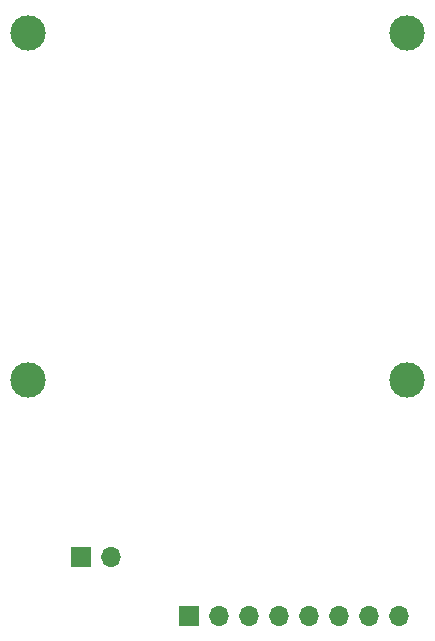
<source format=gbs>
G04 #@! TF.GenerationSoftware,KiCad,Pcbnew,7.0.9*
G04 #@! TF.CreationDate,2024-04-20T19:07:20+02:00*
G04 #@! TF.ProjectId,NFC_Programmer,4e46435f-5072-46f6-9772-616d6d65722e,3.0*
G04 #@! TF.SameCoordinates,Original*
G04 #@! TF.FileFunction,Soldermask,Bot*
G04 #@! TF.FilePolarity,Negative*
%FSLAX46Y46*%
G04 Gerber Fmt 4.6, Leading zero omitted, Abs format (unit mm)*
G04 Created by KiCad (PCBNEW 7.0.9) date 2024-04-20 19:07:20*
%MOMM*%
%LPD*%
G01*
G04 APERTURE LIST*
%ADD10C,3.000000*%
%ADD11R,1.700000X1.700000*%
%ADD12O,1.700000X1.700000*%
G04 APERTURE END LIST*
D10*
X124080000Y-58640000D03*
X156120000Y-58640000D03*
D11*
X128530000Y-103060000D03*
D12*
X131070000Y-103060000D03*
D10*
X124060000Y-88020000D03*
D11*
X137670000Y-108000000D03*
D12*
X140210000Y-108000000D03*
X142750000Y-108000000D03*
X145290000Y-108000000D03*
X147830000Y-108000000D03*
X150370000Y-108000000D03*
X152910000Y-108000000D03*
X155450000Y-108000000D03*
D10*
X156110000Y-88020000D03*
M02*

</source>
